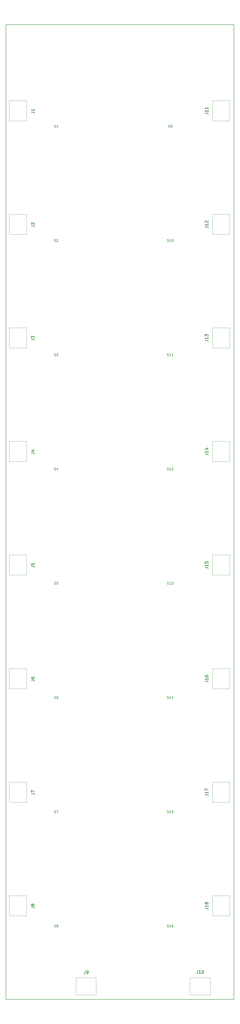
<source format=gbr>
%TF.GenerationSoftware,KiCad,Pcbnew,(6.0.9)*%
%TF.CreationDate,2022-11-21T19:13:30-05:00*%
%TF.ProjectId,Sensor_Board_2x8,53656e73-6f72-45f4-926f-6172645f3278,rev?*%
%TF.SameCoordinates,PX1728520PY19b87b58*%
%TF.FileFunction,Legend,Top*%
%TF.FilePolarity,Positive*%
%FSLAX46Y46*%
G04 Gerber Fmt 4.6, Leading zero omitted, Abs format (unit mm)*
G04 Created by KiCad (PCBNEW (6.0.9)) date 2022-11-21 19:13:30*
%MOMM*%
%LPD*%
G01*
G04 APERTURE LIST*
%TA.AperFunction,Profile*%
%ADD10C,0.200000*%
%TD*%
%ADD11C,0.254000*%
%ADD12C,0.150000*%
%ADD13C,0.100000*%
G04 APERTURE END LIST*
D10*
X0Y0D02*
X95260000Y0D01*
X95260000Y0D02*
X95260000Y406400000D01*
X95260000Y406400000D02*
X0Y406400000D01*
X0Y406400000D02*
X0Y0D01*
D11*
%TO.C,J10*%
X80061304Y12125477D02*
X80061304Y11218334D01*
X80000828Y11036905D01*
X79879876Y10915953D01*
X79698447Y10855477D01*
X79577495Y10855477D01*
X81331304Y10855477D02*
X80605590Y10855477D01*
X80968447Y10855477D02*
X80968447Y12125477D01*
X80847495Y11944048D01*
X80726542Y11823096D01*
X80605590Y11762620D01*
X82117495Y12125477D02*
X82238447Y12125477D01*
X82359400Y12065000D01*
X82419876Y12004524D01*
X82480352Y11883572D01*
X82540828Y11641667D01*
X82540828Y11339286D01*
X82480352Y11097381D01*
X82419876Y10976429D01*
X82359400Y10915953D01*
X82238447Y10855477D01*
X82117495Y10855477D01*
X81996542Y10915953D01*
X81936066Y10976429D01*
X81875590Y11097381D01*
X81815114Y11339286D01*
X81815114Y11641667D01*
X81875590Y11883572D01*
X81936066Y12004524D01*
X81996542Y12065000D01*
X82117495Y12125477D01*
%TO.C,J15*%
X83114123Y180059393D02*
X84021266Y180059393D01*
X84202695Y179998917D01*
X84323647Y179877965D01*
X84384123Y179696536D01*
X84384123Y179575584D01*
X84384123Y181329393D02*
X84384123Y180603679D01*
X84384123Y180966536D02*
X83114123Y180966536D01*
X83295552Y180845584D01*
X83416504Y180724631D01*
X83476980Y180603679D01*
X83114123Y182478441D02*
X83114123Y181873679D01*
X83718885Y181813203D01*
X83658409Y181873679D01*
X83597933Y181994631D01*
X83597933Y182297012D01*
X83658409Y182417965D01*
X83718885Y182478441D01*
X83839838Y182538917D01*
X84142219Y182538917D01*
X84263171Y182478441D01*
X84323647Y182417965D01*
X84384123Y182297012D01*
X84384123Y181994631D01*
X84323647Y181873679D01*
X84263171Y181813203D01*
%TO.C,J17*%
X83114123Y85360937D02*
X84021266Y85360937D01*
X84202695Y85300461D01*
X84323647Y85179509D01*
X84384123Y84998080D01*
X84384123Y84877128D01*
X84384123Y86630937D02*
X84384123Y85905223D01*
X84384123Y86268080D02*
X83114123Y86268080D01*
X83295552Y86147128D01*
X83416504Y86026175D01*
X83476980Y85905223D01*
X83114123Y87054271D02*
X83114123Y87900937D01*
X84384123Y87356652D01*
%TO.C,J12*%
X83114123Y322107077D02*
X84021266Y322107077D01*
X84202695Y322046601D01*
X84323647Y321925649D01*
X84384123Y321744220D01*
X84384123Y321623268D01*
X84384123Y323377077D02*
X84384123Y322651363D01*
X84384123Y323014220D02*
X83114123Y323014220D01*
X83295552Y322893268D01*
X83416504Y322772315D01*
X83476980Y322651363D01*
X83235076Y323860887D02*
X83174600Y323921363D01*
X83114123Y324042315D01*
X83114123Y324344696D01*
X83174600Y324465649D01*
X83235076Y324526125D01*
X83356028Y324586601D01*
X83476980Y324586601D01*
X83658409Y324526125D01*
X84384123Y323800411D01*
X84384123Y324586601D01*
%TO.C,J18*%
X83114123Y38011705D02*
X84021266Y38011705D01*
X84202695Y37951229D01*
X84323647Y37830277D01*
X84384123Y37648848D01*
X84384123Y37527896D01*
X84384123Y39281705D02*
X84384123Y38555991D01*
X84384123Y38918848D02*
X83114123Y38918848D01*
X83295552Y38797896D01*
X83416504Y38676943D01*
X83476980Y38555991D01*
X83658409Y40007420D02*
X83597933Y39886467D01*
X83537457Y39825991D01*
X83416504Y39765515D01*
X83356028Y39765515D01*
X83235076Y39825991D01*
X83174600Y39886467D01*
X83114123Y40007420D01*
X83114123Y40249324D01*
X83174600Y40370277D01*
X83235076Y40430753D01*
X83356028Y40491229D01*
X83416504Y40491229D01*
X83537457Y40430753D01*
X83597933Y40370277D01*
X83658409Y40249324D01*
X83658409Y40007420D01*
X83718885Y39886467D01*
X83779361Y39825991D01*
X83900314Y39765515D01*
X84142219Y39765515D01*
X84263171Y39825991D01*
X84323647Y39886467D01*
X84384123Y40007420D01*
X84384123Y40249324D01*
X84323647Y40370277D01*
X84263171Y40430753D01*
X84142219Y40491229D01*
X83900314Y40491229D01*
X83779361Y40430753D01*
X83718885Y40370277D01*
X83658409Y40249324D01*
%TO.C,J13*%
X83114123Y274757849D02*
X84021266Y274757849D01*
X84202695Y274697373D01*
X84323647Y274576421D01*
X84384123Y274394992D01*
X84384123Y274274040D01*
X84384123Y276027849D02*
X84384123Y275302135D01*
X84384123Y275664992D02*
X83114123Y275664992D01*
X83295552Y275544040D01*
X83416504Y275423087D01*
X83476980Y275302135D01*
X83114123Y276451183D02*
X83114123Y277237373D01*
X83597933Y276814040D01*
X83597933Y276995468D01*
X83658409Y277116421D01*
X83718885Y277176897D01*
X83839838Y277237373D01*
X84142219Y277237373D01*
X84263171Y277176897D01*
X84323647Y277116421D01*
X84384123Y276995468D01*
X84384123Y276632611D01*
X84323647Y276511659D01*
X84263171Y276451183D01*
%TO.C,J14*%
X83114123Y227408621D02*
X84021266Y227408621D01*
X84202695Y227348145D01*
X84323647Y227227193D01*
X84384123Y227045764D01*
X84384123Y226924812D01*
X84384123Y228678621D02*
X84384123Y227952907D01*
X84384123Y228315764D02*
X83114123Y228315764D01*
X83295552Y228194812D01*
X83416504Y228073859D01*
X83476980Y227952907D01*
X83537457Y229767193D02*
X84384123Y229767193D01*
X83053647Y229464812D02*
X83960790Y229162431D01*
X83960790Y229948621D01*
%TO.C,J16*%
X83114123Y132710165D02*
X84021266Y132710165D01*
X84202695Y132649689D01*
X84323647Y132528737D01*
X84384123Y132347308D01*
X84384123Y132226356D01*
X84384123Y133980165D02*
X84384123Y133254451D01*
X84384123Y133617308D02*
X83114123Y133617308D01*
X83295552Y133496356D01*
X83416504Y133375403D01*
X83476980Y133254451D01*
X83114123Y135068737D02*
X83114123Y134826832D01*
X83174600Y134705880D01*
X83235076Y134645403D01*
X83416504Y134524451D01*
X83658409Y134463975D01*
X84142219Y134463975D01*
X84263171Y134524451D01*
X84323647Y134584927D01*
X84384123Y134705880D01*
X84384123Y134947784D01*
X84323647Y135068737D01*
X84263171Y135129213D01*
X84142219Y135189689D01*
X83839838Y135189689D01*
X83718885Y135129213D01*
X83658409Y135068737D01*
X83597933Y134947784D01*
X83597933Y134705880D01*
X83658409Y134584927D01*
X83718885Y134524451D01*
X83839838Y134463975D01*
%TO.C,J11*%
X83114123Y369456305D02*
X84021266Y369456305D01*
X84202695Y369395829D01*
X84323647Y369274877D01*
X84384123Y369093448D01*
X84384123Y368972496D01*
X84384123Y370726305D02*
X84384123Y370000591D01*
X84384123Y370363448D02*
X83114123Y370363448D01*
X83295552Y370242496D01*
X83416504Y370121543D01*
X83476980Y370000591D01*
X84384123Y371935829D02*
X84384123Y371210115D01*
X84384123Y371572972D02*
X83114123Y371572972D01*
X83295552Y371452020D01*
X83416504Y371331067D01*
X83476980Y371210115D01*
D12*
%TO.C,S16*%
X67394104Y30134839D02*
X67536961Y30087220D01*
X67775057Y30087220D01*
X67870295Y30134839D01*
X67917914Y30182458D01*
X67965533Y30277696D01*
X67965533Y30372934D01*
X67917914Y30468172D01*
X67870295Y30515791D01*
X67775057Y30563410D01*
X67584580Y30611029D01*
X67489342Y30658648D01*
X67441723Y30706267D01*
X67394104Y30801505D01*
X67394104Y30896743D01*
X67441723Y30991981D01*
X67489342Y31039600D01*
X67584580Y31087220D01*
X67822676Y31087220D01*
X67965533Y31039600D01*
X68917914Y30087220D02*
X68346485Y30087220D01*
X68632200Y30087220D02*
X68632200Y31087220D01*
X68536961Y30944362D01*
X68441723Y30849124D01*
X68346485Y30801505D01*
X69775057Y31087220D02*
X69584580Y31087220D01*
X69489342Y31039600D01*
X69441723Y30991981D01*
X69346485Y30849124D01*
X69298866Y30658648D01*
X69298866Y30277696D01*
X69346485Y30182458D01*
X69394104Y30134839D01*
X69489342Y30087220D01*
X69679819Y30087220D01*
X69775057Y30134839D01*
X69822676Y30182458D01*
X69870295Y30277696D01*
X69870295Y30515791D01*
X69822676Y30611029D01*
X69775057Y30658648D01*
X69679819Y30706267D01*
X69489342Y30706267D01*
X69394104Y30658648D01*
X69346485Y30611029D01*
X69298866Y30515791D01*
%TO.C,S15*%
X67394104Y77764839D02*
X67536961Y77717220D01*
X67775057Y77717220D01*
X67870295Y77764839D01*
X67917914Y77812458D01*
X67965533Y77907696D01*
X67965533Y78002934D01*
X67917914Y78098172D01*
X67870295Y78145791D01*
X67775057Y78193410D01*
X67584580Y78241029D01*
X67489342Y78288648D01*
X67441723Y78336267D01*
X67394104Y78431505D01*
X67394104Y78526743D01*
X67441723Y78621981D01*
X67489342Y78669600D01*
X67584580Y78717220D01*
X67822676Y78717220D01*
X67965533Y78669600D01*
X68917914Y77717220D02*
X68346485Y77717220D01*
X68632200Y77717220D02*
X68632200Y78717220D01*
X68536961Y78574362D01*
X68441723Y78479124D01*
X68346485Y78431505D01*
X69822676Y78717220D02*
X69346485Y78717220D01*
X69298866Y78241029D01*
X69346485Y78288648D01*
X69441723Y78336267D01*
X69679819Y78336267D01*
X69775057Y78288648D01*
X69822676Y78241029D01*
X69870295Y78145791D01*
X69870295Y77907696D01*
X69822676Y77812458D01*
X69775057Y77764839D01*
X69679819Y77717220D01*
X69441723Y77717220D01*
X69346485Y77764839D01*
X69298866Y77812458D01*
%TO.C,S14*%
X67394104Y125394839D02*
X67536961Y125347220D01*
X67775057Y125347220D01*
X67870295Y125394839D01*
X67917914Y125442458D01*
X67965533Y125537696D01*
X67965533Y125632934D01*
X67917914Y125728172D01*
X67870295Y125775791D01*
X67775057Y125823410D01*
X67584580Y125871029D01*
X67489342Y125918648D01*
X67441723Y125966267D01*
X67394104Y126061505D01*
X67394104Y126156743D01*
X67441723Y126251981D01*
X67489342Y126299600D01*
X67584580Y126347220D01*
X67822676Y126347220D01*
X67965533Y126299600D01*
X68917914Y125347220D02*
X68346485Y125347220D01*
X68632200Y125347220D02*
X68632200Y126347220D01*
X68536961Y126204362D01*
X68441723Y126109124D01*
X68346485Y126061505D01*
X69775057Y126013886D02*
X69775057Y125347220D01*
X69536961Y126394839D02*
X69298866Y125680553D01*
X69917914Y125680553D01*
%TO.C,S13*%
X67394104Y173024839D02*
X67536961Y172977220D01*
X67775057Y172977220D01*
X67870295Y173024839D01*
X67917914Y173072458D01*
X67965533Y173167696D01*
X67965533Y173262934D01*
X67917914Y173358172D01*
X67870295Y173405791D01*
X67775057Y173453410D01*
X67584580Y173501029D01*
X67489342Y173548648D01*
X67441723Y173596267D01*
X67394104Y173691505D01*
X67394104Y173786743D01*
X67441723Y173881981D01*
X67489342Y173929600D01*
X67584580Y173977220D01*
X67822676Y173977220D01*
X67965533Y173929600D01*
X68917914Y172977220D02*
X68346485Y172977220D01*
X68632200Y172977220D02*
X68632200Y173977220D01*
X68536961Y173834362D01*
X68441723Y173739124D01*
X68346485Y173691505D01*
X69251247Y173977220D02*
X69870295Y173977220D01*
X69536961Y173596267D01*
X69679819Y173596267D01*
X69775057Y173548648D01*
X69822676Y173501029D01*
X69870295Y173405791D01*
X69870295Y173167696D01*
X69822676Y173072458D01*
X69775057Y173024839D01*
X69679819Y172977220D01*
X69394104Y172977220D01*
X69298866Y173024839D01*
X69251247Y173072458D01*
%TO.C,S12*%
X67394104Y220654839D02*
X67536961Y220607220D01*
X67775057Y220607220D01*
X67870295Y220654839D01*
X67917914Y220702458D01*
X67965533Y220797696D01*
X67965533Y220892934D01*
X67917914Y220988172D01*
X67870295Y221035791D01*
X67775057Y221083410D01*
X67584580Y221131029D01*
X67489342Y221178648D01*
X67441723Y221226267D01*
X67394104Y221321505D01*
X67394104Y221416743D01*
X67441723Y221511981D01*
X67489342Y221559600D01*
X67584580Y221607220D01*
X67822676Y221607220D01*
X67965533Y221559600D01*
X68917914Y220607220D02*
X68346485Y220607220D01*
X68632200Y220607220D02*
X68632200Y221607220D01*
X68536961Y221464362D01*
X68441723Y221369124D01*
X68346485Y221321505D01*
X69298866Y221511981D02*
X69346485Y221559600D01*
X69441723Y221607220D01*
X69679819Y221607220D01*
X69775057Y221559600D01*
X69822676Y221511981D01*
X69870295Y221416743D01*
X69870295Y221321505D01*
X69822676Y221178648D01*
X69251247Y220607220D01*
X69870295Y220607220D01*
%TO.C,S11*%
X67394104Y268284839D02*
X67536961Y268237220D01*
X67775057Y268237220D01*
X67870295Y268284839D01*
X67917914Y268332458D01*
X67965533Y268427696D01*
X67965533Y268522934D01*
X67917914Y268618172D01*
X67870295Y268665791D01*
X67775057Y268713410D01*
X67584580Y268761029D01*
X67489342Y268808648D01*
X67441723Y268856267D01*
X67394104Y268951505D01*
X67394104Y269046743D01*
X67441723Y269141981D01*
X67489342Y269189600D01*
X67584580Y269237220D01*
X67822676Y269237220D01*
X67965533Y269189600D01*
X68917914Y268237220D02*
X68346485Y268237220D01*
X68632200Y268237220D02*
X68632200Y269237220D01*
X68536961Y269094362D01*
X68441723Y268999124D01*
X68346485Y268951505D01*
X69870295Y268237220D02*
X69298866Y268237220D01*
X69584580Y268237220D02*
X69584580Y269237220D01*
X69489342Y269094362D01*
X69394104Y268999124D01*
X69298866Y268951505D01*
%TO.C,S10*%
X67394104Y315914839D02*
X67536961Y315867220D01*
X67775057Y315867220D01*
X67870295Y315914839D01*
X67917914Y315962458D01*
X67965533Y316057696D01*
X67965533Y316152934D01*
X67917914Y316248172D01*
X67870295Y316295791D01*
X67775057Y316343410D01*
X67584580Y316391029D01*
X67489342Y316438648D01*
X67441723Y316486267D01*
X67394104Y316581505D01*
X67394104Y316676743D01*
X67441723Y316771981D01*
X67489342Y316819600D01*
X67584580Y316867220D01*
X67822676Y316867220D01*
X67965533Y316819600D01*
X68917914Y315867220D02*
X68346485Y315867220D01*
X68632200Y315867220D02*
X68632200Y316867220D01*
X68536961Y316724362D01*
X68441723Y316629124D01*
X68346485Y316581505D01*
X69536961Y316867220D02*
X69632200Y316867220D01*
X69727438Y316819600D01*
X69775057Y316771981D01*
X69822676Y316676743D01*
X69870295Y316486267D01*
X69870295Y316248172D01*
X69822676Y316057696D01*
X69775057Y315962458D01*
X69727438Y315914839D01*
X69632200Y315867220D01*
X69536961Y315867220D01*
X69441723Y315914839D01*
X69394104Y315962458D01*
X69346485Y316057696D01*
X69298866Y316248172D01*
X69298866Y316486267D01*
X69346485Y316676743D01*
X69394104Y316771981D01*
X69441723Y316819600D01*
X69536961Y316867220D01*
%TO.C,S9*%
X67870295Y363544839D02*
X68013152Y363497220D01*
X68251247Y363497220D01*
X68346485Y363544839D01*
X68394104Y363592458D01*
X68441723Y363687696D01*
X68441723Y363782934D01*
X68394104Y363878172D01*
X68346485Y363925791D01*
X68251247Y363973410D01*
X68060771Y364021029D01*
X67965533Y364068648D01*
X67917914Y364116267D01*
X67870295Y364211505D01*
X67870295Y364306743D01*
X67917914Y364401981D01*
X67965533Y364449600D01*
X68060771Y364497220D01*
X68298866Y364497220D01*
X68441723Y364449600D01*
X68917914Y363497220D02*
X69108390Y363497220D01*
X69203628Y363544839D01*
X69251247Y363592458D01*
X69346485Y363735315D01*
X69394104Y363925791D01*
X69394104Y364306743D01*
X69346485Y364401981D01*
X69298866Y364449600D01*
X69203628Y364497220D01*
X69013152Y364497220D01*
X68917914Y364449600D01*
X68870295Y364401981D01*
X68822676Y364306743D01*
X68822676Y364068648D01*
X68870295Y363973410D01*
X68917914Y363925791D01*
X69013152Y363878172D01*
X69203628Y363878172D01*
X69298866Y363925791D01*
X69346485Y363973410D01*
X69394104Y364068648D01*
D11*
%TO.C,J1*%
X10556723Y369908667D02*
X11463866Y369908667D01*
X11645295Y369848191D01*
X11766247Y369727239D01*
X11826723Y369545810D01*
X11826723Y369424858D01*
X11826723Y371178667D02*
X11826723Y370452953D01*
X11826723Y370815810D02*
X10556723Y370815810D01*
X10738152Y370694858D01*
X10859104Y370573905D01*
X10919580Y370452953D01*
D12*
%TO.C,S3*%
X20240295Y268284839D02*
X20383152Y268237220D01*
X20621247Y268237220D01*
X20716485Y268284839D01*
X20764104Y268332458D01*
X20811723Y268427696D01*
X20811723Y268522934D01*
X20764104Y268618172D01*
X20716485Y268665791D01*
X20621247Y268713410D01*
X20430771Y268761029D01*
X20335533Y268808648D01*
X20287914Y268856267D01*
X20240295Y268951505D01*
X20240295Y269046743D01*
X20287914Y269141981D01*
X20335533Y269189600D01*
X20430771Y269237220D01*
X20668866Y269237220D01*
X20811723Y269189600D01*
X21145057Y269237220D02*
X21764104Y269237220D01*
X21430771Y268856267D01*
X21573628Y268856267D01*
X21668866Y268808648D01*
X21716485Y268761029D01*
X21764104Y268665791D01*
X21764104Y268427696D01*
X21716485Y268332458D01*
X21668866Y268284839D01*
X21573628Y268237220D01*
X21287914Y268237220D01*
X21192676Y268284839D01*
X21145057Y268332458D01*
%TO.C,S8*%
X20240295Y30134839D02*
X20383152Y30087220D01*
X20621247Y30087220D01*
X20716485Y30134839D01*
X20764104Y30182458D01*
X20811723Y30277696D01*
X20811723Y30372934D01*
X20764104Y30468172D01*
X20716485Y30515791D01*
X20621247Y30563410D01*
X20430771Y30611029D01*
X20335533Y30658648D01*
X20287914Y30706267D01*
X20240295Y30801505D01*
X20240295Y30896743D01*
X20287914Y30991981D01*
X20335533Y31039600D01*
X20430771Y31087220D01*
X20668866Y31087220D01*
X20811723Y31039600D01*
X21383152Y30658648D02*
X21287914Y30706267D01*
X21240295Y30753886D01*
X21192676Y30849124D01*
X21192676Y30896743D01*
X21240295Y30991981D01*
X21287914Y31039600D01*
X21383152Y31087220D01*
X21573628Y31087220D01*
X21668866Y31039600D01*
X21716485Y30991981D01*
X21764104Y30896743D01*
X21764104Y30849124D01*
X21716485Y30753886D01*
X21668866Y30706267D01*
X21573628Y30658648D01*
X21383152Y30658648D01*
X21287914Y30611029D01*
X21240295Y30563410D01*
X21192676Y30468172D01*
X21192676Y30277696D01*
X21240295Y30182458D01*
X21287914Y30134839D01*
X21383152Y30087220D01*
X21573628Y30087220D01*
X21668866Y30134839D01*
X21716485Y30182458D01*
X21764104Y30277696D01*
X21764104Y30468172D01*
X21716485Y30563410D01*
X21668866Y30611029D01*
X21573628Y30658648D01*
%TO.C,S2*%
X20240295Y315914839D02*
X20383152Y315867220D01*
X20621247Y315867220D01*
X20716485Y315914839D01*
X20764104Y315962458D01*
X20811723Y316057696D01*
X20811723Y316152934D01*
X20764104Y316248172D01*
X20716485Y316295791D01*
X20621247Y316343410D01*
X20430771Y316391029D01*
X20335533Y316438648D01*
X20287914Y316486267D01*
X20240295Y316581505D01*
X20240295Y316676743D01*
X20287914Y316771981D01*
X20335533Y316819600D01*
X20430771Y316867220D01*
X20668866Y316867220D01*
X20811723Y316819600D01*
X21192676Y316771981D02*
X21240295Y316819600D01*
X21335533Y316867220D01*
X21573628Y316867220D01*
X21668866Y316819600D01*
X21716485Y316771981D01*
X21764104Y316676743D01*
X21764104Y316581505D01*
X21716485Y316438648D01*
X21145057Y315867220D01*
X21764104Y315867220D01*
D11*
%TO.C,J5*%
X10556723Y180511755D02*
X11463866Y180511755D01*
X11645295Y180451279D01*
X11766247Y180330327D01*
X11826723Y180148898D01*
X11826723Y180027946D01*
X10556723Y181721279D02*
X10556723Y181116517D01*
X11161485Y181056041D01*
X11101009Y181116517D01*
X11040533Y181237469D01*
X11040533Y181539850D01*
X11101009Y181660803D01*
X11161485Y181721279D01*
X11282438Y181781755D01*
X11584819Y181781755D01*
X11705771Y181721279D01*
X11766247Y181660803D01*
X11826723Y181539850D01*
X11826723Y181237469D01*
X11766247Y181116517D01*
X11705771Y181056041D01*
D12*
%TO.C,S5*%
X20240295Y173024839D02*
X20383152Y172977220D01*
X20621247Y172977220D01*
X20716485Y173024839D01*
X20764104Y173072458D01*
X20811723Y173167696D01*
X20811723Y173262934D01*
X20764104Y173358172D01*
X20716485Y173405791D01*
X20621247Y173453410D01*
X20430771Y173501029D01*
X20335533Y173548648D01*
X20287914Y173596267D01*
X20240295Y173691505D01*
X20240295Y173786743D01*
X20287914Y173881981D01*
X20335533Y173929600D01*
X20430771Y173977220D01*
X20668866Y173977220D01*
X20811723Y173929600D01*
X21716485Y173977220D02*
X21240295Y173977220D01*
X21192676Y173501029D01*
X21240295Y173548648D01*
X21335533Y173596267D01*
X21573628Y173596267D01*
X21668866Y173548648D01*
X21716485Y173501029D01*
X21764104Y173405791D01*
X21764104Y173167696D01*
X21716485Y173072458D01*
X21668866Y173024839D01*
X21573628Y172977220D01*
X21335533Y172977220D01*
X21240295Y173024839D01*
X21192676Y173072458D01*
D11*
%TO.C,J8*%
X10556723Y38464067D02*
X11463866Y38464067D01*
X11645295Y38403591D01*
X11766247Y38282639D01*
X11826723Y38101210D01*
X11826723Y37980258D01*
X11101009Y39250258D02*
X11040533Y39129305D01*
X10980057Y39068829D01*
X10859104Y39008353D01*
X10798628Y39008353D01*
X10677676Y39068829D01*
X10617200Y39129305D01*
X10556723Y39250258D01*
X10556723Y39492162D01*
X10617200Y39613115D01*
X10677676Y39673591D01*
X10798628Y39734067D01*
X10859104Y39734067D01*
X10980057Y39673591D01*
X11040533Y39613115D01*
X11101009Y39492162D01*
X11101009Y39250258D01*
X11161485Y39129305D01*
X11221961Y39068829D01*
X11342914Y39008353D01*
X11584819Y39008353D01*
X11705771Y39068829D01*
X11766247Y39129305D01*
X11826723Y39250258D01*
X11826723Y39492162D01*
X11766247Y39613115D01*
X11705771Y39673591D01*
X11584819Y39734067D01*
X11342914Y39734067D01*
X11221961Y39673591D01*
X11161485Y39613115D01*
X11101009Y39492162D01*
D12*
%TO.C,S4*%
X20240295Y220654839D02*
X20383152Y220607220D01*
X20621247Y220607220D01*
X20716485Y220654839D01*
X20764104Y220702458D01*
X20811723Y220797696D01*
X20811723Y220892934D01*
X20764104Y220988172D01*
X20716485Y221035791D01*
X20621247Y221083410D01*
X20430771Y221131029D01*
X20335533Y221178648D01*
X20287914Y221226267D01*
X20240295Y221321505D01*
X20240295Y221416743D01*
X20287914Y221511981D01*
X20335533Y221559600D01*
X20430771Y221607220D01*
X20668866Y221607220D01*
X20811723Y221559600D01*
X21668866Y221273886D02*
X21668866Y220607220D01*
X21430771Y221654839D02*
X21192676Y220940553D01*
X21811723Y220940553D01*
D11*
%TO.C,J3*%
X10556723Y275210211D02*
X11463866Y275210211D01*
X11645295Y275149735D01*
X11766247Y275028783D01*
X11826723Y274847354D01*
X11826723Y274726402D01*
X10556723Y275694021D02*
X10556723Y276480211D01*
X11040533Y276056878D01*
X11040533Y276238306D01*
X11101009Y276359259D01*
X11161485Y276419735D01*
X11282438Y276480211D01*
X11584819Y276480211D01*
X11705771Y276419735D01*
X11766247Y276359259D01*
X11826723Y276238306D01*
X11826723Y275875449D01*
X11766247Y275754497D01*
X11705771Y275694021D01*
%TO.C,J7*%
X10556723Y85813299D02*
X11463866Y85813299D01*
X11645295Y85752823D01*
X11766247Y85631871D01*
X11826723Y85450442D01*
X11826723Y85329490D01*
X10556723Y86297109D02*
X10556723Y87143775D01*
X11826723Y86599490D01*
%TO.C,J2*%
X10556723Y322559439D02*
X11463866Y322559439D01*
X11645295Y322498963D01*
X11766247Y322378011D01*
X11826723Y322196582D01*
X11826723Y322075630D01*
X10677676Y323103725D02*
X10617200Y323164201D01*
X10556723Y323285153D01*
X10556723Y323587534D01*
X10617200Y323708487D01*
X10677676Y323768963D01*
X10798628Y323829439D01*
X10919580Y323829439D01*
X11101009Y323768963D01*
X11826723Y323043249D01*
X11826723Y323829439D01*
D12*
%TO.C,S6*%
X20240295Y125394839D02*
X20383152Y125347220D01*
X20621247Y125347220D01*
X20716485Y125394839D01*
X20764104Y125442458D01*
X20811723Y125537696D01*
X20811723Y125632934D01*
X20764104Y125728172D01*
X20716485Y125775791D01*
X20621247Y125823410D01*
X20430771Y125871029D01*
X20335533Y125918648D01*
X20287914Y125966267D01*
X20240295Y126061505D01*
X20240295Y126156743D01*
X20287914Y126251981D01*
X20335533Y126299600D01*
X20430771Y126347220D01*
X20668866Y126347220D01*
X20811723Y126299600D01*
X21668866Y126347220D02*
X21478390Y126347220D01*
X21383152Y126299600D01*
X21335533Y126251981D01*
X21240295Y126109124D01*
X21192676Y125918648D01*
X21192676Y125537696D01*
X21240295Y125442458D01*
X21287914Y125394839D01*
X21383152Y125347220D01*
X21573628Y125347220D01*
X21668866Y125394839D01*
X21716485Y125442458D01*
X21764104Y125537696D01*
X21764104Y125775791D01*
X21716485Y125871029D01*
X21668866Y125918648D01*
X21573628Y125966267D01*
X21383152Y125966267D01*
X21287914Y125918648D01*
X21240295Y125871029D01*
X21192676Y125775791D01*
%TO.C,S1*%
X20240295Y363544839D02*
X20383152Y363497220D01*
X20621247Y363497220D01*
X20716485Y363544839D01*
X20764104Y363592458D01*
X20811723Y363687696D01*
X20811723Y363782934D01*
X20764104Y363878172D01*
X20716485Y363925791D01*
X20621247Y363973410D01*
X20430771Y364021029D01*
X20335533Y364068648D01*
X20287914Y364116267D01*
X20240295Y364211505D01*
X20240295Y364306743D01*
X20287914Y364401981D01*
X20335533Y364449600D01*
X20430771Y364497220D01*
X20668866Y364497220D01*
X20811723Y364449600D01*
X21764104Y363497220D02*
X21192676Y363497220D01*
X21478390Y363497220D02*
X21478390Y364497220D01*
X21383152Y364354362D01*
X21287914Y364259124D01*
X21192676Y364211505D01*
D11*
%TO.C,J6*%
X10556723Y133162527D02*
X11463866Y133162527D01*
X11645295Y133102051D01*
X11766247Y132981099D01*
X11826723Y132799670D01*
X11826723Y132678718D01*
X10556723Y134311575D02*
X10556723Y134069670D01*
X10617200Y133948718D01*
X10677676Y133888241D01*
X10859104Y133767289D01*
X11101009Y133706813D01*
X11584819Y133706813D01*
X11705771Y133767289D01*
X11766247Y133827765D01*
X11826723Y133948718D01*
X11826723Y134190622D01*
X11766247Y134311575D01*
X11705771Y134372051D01*
X11584819Y134432527D01*
X11282438Y134432527D01*
X11161485Y134372051D01*
X11101009Y134311575D01*
X11040533Y134190622D01*
X11040533Y133948718D01*
X11101009Y133827765D01*
X11161485Y133767289D01*
X11282438Y133706813D01*
D12*
%TO.C,S7*%
X20240295Y77764839D02*
X20383152Y77717220D01*
X20621247Y77717220D01*
X20716485Y77764839D01*
X20764104Y77812458D01*
X20811723Y77907696D01*
X20811723Y78002934D01*
X20764104Y78098172D01*
X20716485Y78145791D01*
X20621247Y78193410D01*
X20430771Y78241029D01*
X20335533Y78288648D01*
X20287914Y78336267D01*
X20240295Y78431505D01*
X20240295Y78526743D01*
X20287914Y78621981D01*
X20335533Y78669600D01*
X20430771Y78717220D01*
X20668866Y78717220D01*
X20811723Y78669600D01*
X21145057Y78717220D02*
X21811723Y78717220D01*
X21383152Y77717220D01*
D11*
%TO.C,J9*%
X33033466Y11947677D02*
X33033466Y11040534D01*
X32972990Y10859105D01*
X32852038Y10738153D01*
X32670609Y10677677D01*
X32549657Y10677677D01*
X33698704Y10677677D02*
X33940609Y10677677D01*
X34061561Y10738153D01*
X34122038Y10798629D01*
X34242990Y10980058D01*
X34303466Y11221962D01*
X34303466Y11705772D01*
X34242990Y11826724D01*
X34182514Y11887200D01*
X34061561Y11947677D01*
X33819657Y11947677D01*
X33698704Y11887200D01*
X33638228Y11826724D01*
X33577752Y11705772D01*
X33577752Y11403391D01*
X33638228Y11282439D01*
X33698704Y11221962D01*
X33819657Y11161486D01*
X34061561Y11161486D01*
X34182514Y11221962D01*
X34242990Y11282439D01*
X34303466Y11403391D01*
%TO.C,J4*%
X10556723Y227860983D02*
X11463866Y227860983D01*
X11645295Y227800507D01*
X11766247Y227679555D01*
X11826723Y227498126D01*
X11826723Y227377174D01*
X10980057Y229010031D02*
X11826723Y229010031D01*
X10496247Y228707650D02*
X11403390Y228405269D01*
X11403390Y229191459D01*
D13*
%TO.C,J10*%
X76886800Y9061000D02*
X85286800Y9061000D01*
X85286800Y9061000D02*
X85286800Y1861000D01*
X85286800Y1861000D02*
X76886800Y1861000D01*
X76886800Y1861000D02*
X76886800Y9061000D01*
%TO.C,J15*%
X93442000Y185290088D02*
X93442000Y176890088D01*
X86242000Y176890088D02*
X86242000Y185290088D01*
X93442000Y176890088D02*
X86242000Y176890088D01*
X86242000Y185290088D02*
X93442000Y185290088D01*
%TO.C,J17*%
X86242000Y82191632D02*
X86242000Y90591632D01*
X93442000Y90591632D02*
X93442000Y82191632D01*
X86242000Y90591632D02*
X93442000Y90591632D01*
X93442000Y82191632D02*
X86242000Y82191632D01*
%TO.C,J12*%
X86242000Y318937772D02*
X86242000Y327337772D01*
X93442000Y327337772D02*
X93442000Y318937772D01*
X86242000Y327337772D02*
X93442000Y327337772D01*
X93442000Y318937772D02*
X86242000Y318937772D01*
%TO.C,J18*%
X93442000Y34842400D02*
X86242000Y34842400D01*
X86242000Y34842400D02*
X86242000Y43242400D01*
X86242000Y43242400D02*
X93442000Y43242400D01*
X93442000Y43242400D02*
X93442000Y34842400D01*
%TO.C,J13*%
X93442000Y279988544D02*
X93442000Y271588544D01*
X93442000Y271588544D02*
X86242000Y271588544D01*
X86242000Y271588544D02*
X86242000Y279988544D01*
X86242000Y279988544D02*
X93442000Y279988544D01*
%TO.C,J14*%
X86242000Y232639316D02*
X93442000Y232639316D01*
X93442000Y224239316D02*
X86242000Y224239316D01*
X93442000Y232639316D02*
X93442000Y224239316D01*
X86242000Y224239316D02*
X86242000Y232639316D01*
%TO.C,J16*%
X93442000Y129540860D02*
X86242000Y129540860D01*
X86242000Y137940860D02*
X93442000Y137940860D01*
X93442000Y137940860D02*
X93442000Y129540860D01*
X86242000Y129540860D02*
X86242000Y137940860D01*
%TO.C,J11*%
X93442000Y366287000D02*
X86242000Y366287000D01*
X93442000Y374687000D02*
X93442000Y366287000D01*
X86242000Y366287000D02*
X86242000Y374687000D01*
X86242000Y374687000D02*
X93442000Y374687000D01*
%TO.C,J1*%
X1441800Y374687000D02*
X8641800Y374687000D01*
X8641800Y374687000D02*
X8641800Y366287000D01*
X1441800Y366287000D02*
X1441800Y374687000D01*
X8641800Y366287000D02*
X1441800Y366287000D01*
%TO.C,J5*%
X1441800Y176890088D02*
X1441800Y185290088D01*
X8641800Y185290088D02*
X8641800Y176890088D01*
X8641800Y176890088D02*
X1441800Y176890088D01*
X1441800Y185290088D02*
X8641800Y185290088D01*
%TO.C,J8*%
X8641800Y34842400D02*
X1441800Y34842400D01*
X1441800Y34842400D02*
X1441800Y43242400D01*
X8641800Y43242400D02*
X8641800Y34842400D01*
X1441800Y43242400D02*
X8641800Y43242400D01*
%TO.C,J3*%
X8641800Y271588544D02*
X1441800Y271588544D01*
X1441800Y279988544D02*
X8641800Y279988544D01*
X1441800Y271588544D02*
X1441800Y279988544D01*
X8641800Y279988544D02*
X8641800Y271588544D01*
%TO.C,J7*%
X8641800Y90591632D02*
X8641800Y82191632D01*
X1441800Y82191632D02*
X1441800Y90591632D01*
X1441800Y90591632D02*
X8641800Y90591632D01*
X8641800Y82191632D02*
X1441800Y82191632D01*
%TO.C,J2*%
X8641800Y327337772D02*
X8641800Y318937772D01*
X1441800Y318937772D02*
X1441800Y327337772D01*
X8641800Y318937772D02*
X1441800Y318937772D01*
X1441800Y327337772D02*
X8641800Y327337772D01*
%TO.C,J6*%
X1441800Y129540860D02*
X1441800Y137940860D01*
X8641800Y137940860D02*
X8641800Y129540860D01*
X8641800Y129540860D02*
X1441800Y129540860D01*
X1441800Y137940860D02*
X8641800Y137940860D01*
%TO.C,J9*%
X29256800Y9061000D02*
X37656800Y9061000D01*
X29256800Y1861000D02*
X29256800Y9061000D01*
X37656800Y9061000D02*
X37656800Y1861000D01*
X37656800Y1861000D02*
X29256800Y1861000D01*
%TO.C,J4*%
X1441800Y224239316D02*
X1441800Y232639316D01*
X1441800Y232639316D02*
X8641800Y232639316D01*
X8641800Y224239316D02*
X1441800Y224239316D01*
X8641800Y232639316D02*
X8641800Y224239316D01*
%TD*%
M02*

</source>
